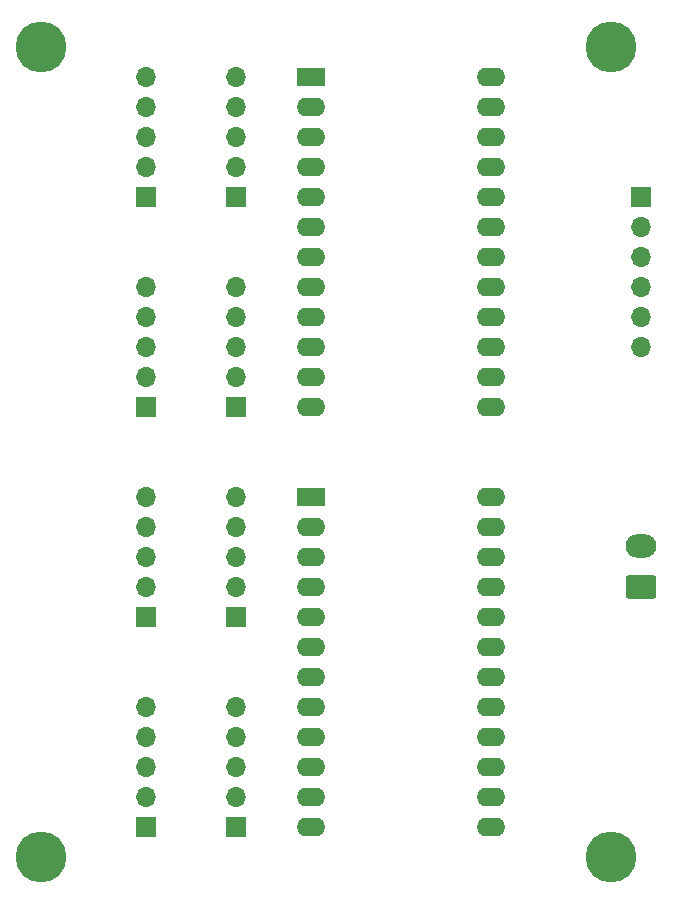
<source format=gbr>
%TF.GenerationSoftware,KiCad,Pcbnew,8.0.1-8.0.1-1~ubuntu22.04.1*%
%TF.CreationDate,2024-04-11T13:13:12-04:00*%
%TF.ProjectId,wiring,77697269-6e67-42e6-9b69-6361645f7063,rev?*%
%TF.SameCoordinates,Original*%
%TF.FileFunction,Soldermask,Top*%
%TF.FilePolarity,Negative*%
%FSLAX46Y46*%
G04 Gerber Fmt 4.6, Leading zero omitted, Abs format (unit mm)*
G04 Created by KiCad (PCBNEW 8.0.1-8.0.1-1~ubuntu22.04.1) date 2024-04-11 13:13:12*
%MOMM*%
%LPD*%
G01*
G04 APERTURE LIST*
G04 Aperture macros list*
%AMRoundRect*
0 Rectangle with rounded corners*
0 $1 Rounding radius*
0 $2 $3 $4 $5 $6 $7 $8 $9 X,Y pos of 4 corners*
0 Add a 4 corners polygon primitive as box body*
4,1,4,$2,$3,$4,$5,$6,$7,$8,$9,$2,$3,0*
0 Add four circle primitives for the rounded corners*
1,1,$1+$1,$2,$3*
1,1,$1+$1,$4,$5*
1,1,$1+$1,$6,$7*
1,1,$1+$1,$8,$9*
0 Add four rect primitives between the rounded corners*
20,1,$1+$1,$2,$3,$4,$5,0*
20,1,$1+$1,$4,$5,$6,$7,0*
20,1,$1+$1,$6,$7,$8,$9,0*
20,1,$1+$1,$8,$9,$2,$3,0*%
G04 Aperture macros list end*
%ADD10C,4.300000*%
%ADD11RoundRect,0.250000X1.050000X-0.750000X1.050000X0.750000X-1.050000X0.750000X-1.050000X-0.750000X0*%
%ADD12O,2.600000X2.000000*%
%ADD13R,2.400000X1.600000*%
%ADD14O,2.400000X1.600000*%
%ADD15R,1.700000X1.700000*%
%ADD16O,1.700000X1.700000*%
G04 APERTURE END LIST*
D10*
%TO.C,H4*%
X152400000Y-35560000D03*
%TD*%
%TO.C,H3*%
X152400000Y-104140000D03*
%TD*%
%TO.C,H2*%
X200660000Y-104140000D03*
%TD*%
%TO.C,H1*%
X200660000Y-35560000D03*
%TD*%
D11*
%TO.C,J10*%
X203200000Y-81280000D03*
D12*
X203200000Y-77780000D03*
%TD*%
D13*
%TO.C,U17*%
X175260000Y-38100000D03*
D14*
X175260000Y-40640000D03*
X175260000Y-43180000D03*
X175260000Y-45720000D03*
X175260000Y-48260000D03*
X175260000Y-50800000D03*
X175260000Y-53340000D03*
X175260000Y-55880000D03*
X175260000Y-58420000D03*
X175260000Y-60960000D03*
X175260000Y-63500000D03*
X175260000Y-66040000D03*
X190500000Y-66040000D03*
X190500000Y-63500000D03*
X190500000Y-60960000D03*
X190500000Y-58420000D03*
X190500000Y-55880000D03*
X190500000Y-53340000D03*
X190500000Y-50800000D03*
X190500000Y-48260000D03*
X190500000Y-45720000D03*
X190500000Y-43180000D03*
X190500000Y-40640000D03*
X190500000Y-38100000D03*
%TD*%
D13*
%TO.C,U16*%
X175260000Y-73660000D03*
D14*
X175260000Y-76200000D03*
X175260000Y-78740000D03*
X175260000Y-81280000D03*
X175260000Y-83820000D03*
X175260000Y-86360000D03*
X175260000Y-88900000D03*
X175260000Y-91440000D03*
X175260000Y-93980000D03*
X175260000Y-96520000D03*
X175260000Y-99060000D03*
X175260000Y-101600000D03*
X190500000Y-101600000D03*
X190500000Y-99060000D03*
X190500000Y-96520000D03*
X190500000Y-93980000D03*
X190500000Y-91440000D03*
X190500000Y-88900000D03*
X190500000Y-86360000D03*
X190500000Y-83820000D03*
X190500000Y-81280000D03*
X190500000Y-78740000D03*
X190500000Y-76200000D03*
X190500000Y-73660000D03*
%TD*%
D15*
%TO.C,J9*%
X203200000Y-48260000D03*
D16*
X203200000Y-50800000D03*
X203200000Y-53340000D03*
X203200000Y-55880000D03*
X203200000Y-58420000D03*
X203200000Y-60960000D03*
%TD*%
D15*
%TO.C,J8*%
X168910000Y-83820000D03*
D16*
X168910000Y-81280000D03*
X168910000Y-78740000D03*
X168910000Y-76200000D03*
X168910000Y-73660000D03*
%TD*%
D15*
%TO.C,J7*%
X168910000Y-101600000D03*
D16*
X168910000Y-99060000D03*
X168910000Y-96520000D03*
X168910000Y-93980000D03*
X168910000Y-91440000D03*
%TD*%
D15*
%TO.C,J6*%
X161290000Y-101600000D03*
D16*
X161290000Y-99060000D03*
X161290000Y-96520000D03*
X161290000Y-93980000D03*
X161290000Y-91440000D03*
%TD*%
D15*
%TO.C,J5*%
X161290000Y-83820000D03*
D16*
X161290000Y-81280000D03*
X161290000Y-78740000D03*
X161290000Y-76200000D03*
X161290000Y-73660000D03*
%TD*%
D15*
%TO.C,J4*%
X168910000Y-48260000D03*
D16*
X168910000Y-45720000D03*
X168910000Y-43180000D03*
X168910000Y-40640000D03*
X168910000Y-38100000D03*
%TD*%
D15*
%TO.C,J3*%
X168910000Y-66040000D03*
D16*
X168910000Y-63500000D03*
X168910000Y-60960000D03*
X168910000Y-58420000D03*
X168910000Y-55880000D03*
%TD*%
D15*
%TO.C,J2*%
X161290000Y-66040000D03*
D16*
X161290000Y-63500000D03*
X161290000Y-60960000D03*
X161290000Y-58420000D03*
X161290000Y-55880000D03*
%TD*%
D15*
%TO.C,J1*%
X161290000Y-48260000D03*
D16*
X161290000Y-45720000D03*
X161290000Y-43180000D03*
X161290000Y-40640000D03*
X161290000Y-38100000D03*
%TD*%
M02*

</source>
